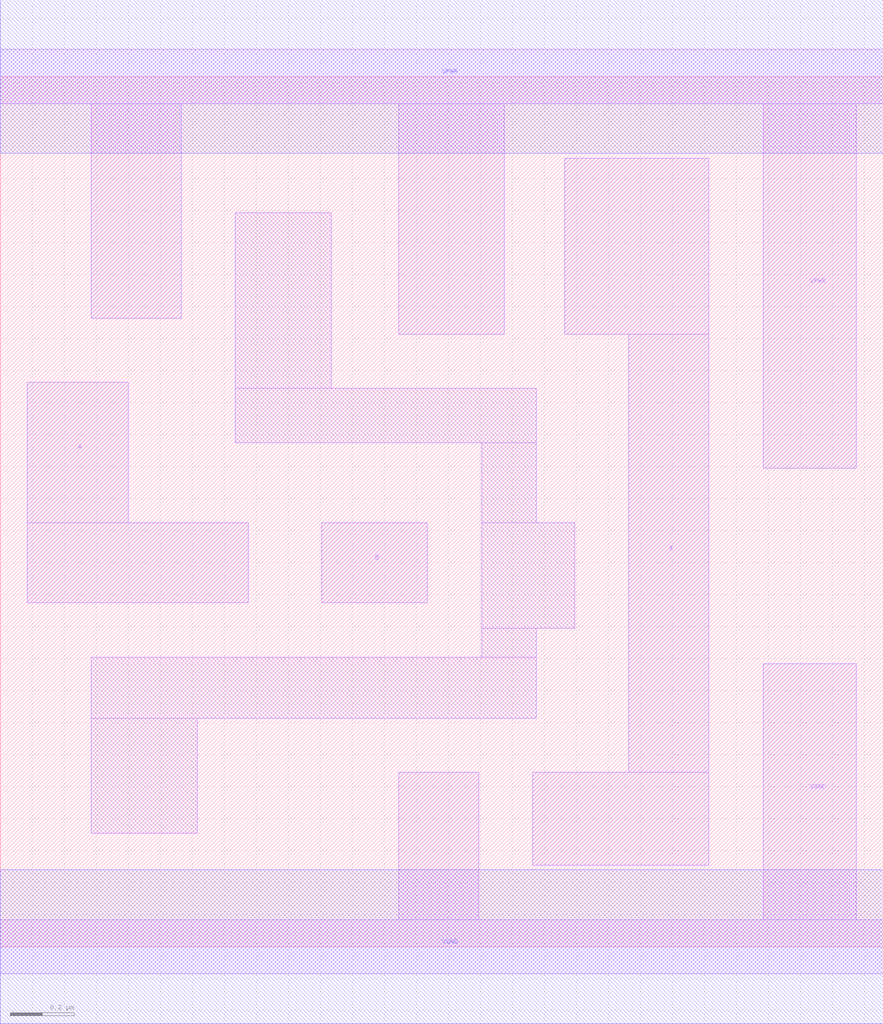
<source format=lef>
# Copyright 2020 The SkyWater PDK Authors
#
# Licensed under the Apache License, Version 2.0 (the "License");
# you may not use this file except in compliance with the License.
# You may obtain a copy of the License at
#
#     https://www.apache.org/licenses/LICENSE-2.0
#
# Unless required by applicable law or agreed to in writing, software
# distributed under the License is distributed on an "AS IS" BASIS,
# WITHOUT WARRANTIES OR CONDITIONS OF ANY KIND, either express or implied.
# See the License for the specific language governing permissions and
# limitations under the License.
#
# SPDX-License-Identifier: Apache-2.0

VERSION 5.5 ;
NAMESCASESENSITIVE ON ;
BUSBITCHARS "[]" ;
DIVIDERCHAR "/" ;
MACRO sky130_fd_sc_hd__and2_2
  CLASS CORE ;
  SOURCE USER ;
  ORIGIN  0.000000  0.000000 ;
  SIZE  2.760000 BY  2.720000 ;
  SYMMETRY X Y R90 ;
  SITE unithd ;
  PIN A
    ANTENNAGATEAREA  0.126000 ;
    DIRECTION INPUT ;
    USE SIGNAL ;
    PORT
      LAYER li1 ;
        RECT 0.085000 1.075000 0.775000 1.325000 ;
        RECT 0.085000 1.325000 0.400000 1.765000 ;
    END
  END A
  PIN B
    ANTENNAGATEAREA  0.126000 ;
    DIRECTION INPUT ;
    USE SIGNAL ;
    PORT
      LAYER li1 ;
        RECT 1.005000 1.075000 1.335000 1.325000 ;
    END
  END B
  PIN X
    ANTENNADIFFAREA  0.643500 ;
    DIRECTION OUTPUT ;
    USE SIGNAL ;
    PORT
      LAYER li1 ;
        RECT 1.665000 0.255000 2.215000 0.545000 ;
        RECT 1.765000 1.915000 2.215000 2.465000 ;
        RECT 1.965000 0.545000 2.215000 1.915000 ;
    END
  END X
  PIN VGND
    DIRECTION INOUT ;
    SHAPE ABUTMENT ;
    USE GROUND ;
    PORT
      LAYER li1 ;
        RECT 0.000000 -0.085000 2.760000 0.085000 ;
        RECT 1.245000  0.085000 1.495000 0.545000 ;
        RECT 2.385000  0.085000 2.675000 0.885000 ;
    END
    PORT
      LAYER met1 ;
        RECT 0.000000 -0.240000 2.760000 0.240000 ;
    END
  END VGND
  PIN VNB
    DIRECTION INOUT ;
    USE GROUND ;
    PORT
    END
  END VNB
  PIN VPB
    DIRECTION INOUT ;
    USE POWER ;
    PORT
    END
  END VPB
  PIN VPWR
    DIRECTION INOUT ;
    SHAPE ABUTMENT ;
    USE POWER ;
    PORT
      LAYER li1 ;
        RECT 0.000000 2.635000 2.760000 2.805000 ;
        RECT 0.285000 1.965000 0.565000 2.635000 ;
        RECT 1.245000 1.915000 1.575000 2.635000 ;
        RECT 2.385000 1.495000 2.675000 2.635000 ;
    END
    PORT
      LAYER met1 ;
        RECT 0.000000 2.480000 2.760000 2.960000 ;
    END
  END VPWR
  OBS
    LAYER li1 ;
      RECT 0.285000 0.355000 0.615000 0.715000 ;
      RECT 0.285000 0.715000 1.675000 0.905000 ;
      RECT 0.735000 1.575000 1.675000 1.745000 ;
      RECT 0.735000 1.745000 1.035000 2.295000 ;
      RECT 1.505000 0.905000 1.675000 0.995000 ;
      RECT 1.505000 0.995000 1.795000 1.325000 ;
      RECT 1.505000 1.325000 1.675000 1.575000 ;
  END
END sky130_fd_sc_hd__and2_2
END LIBRARY

</source>
